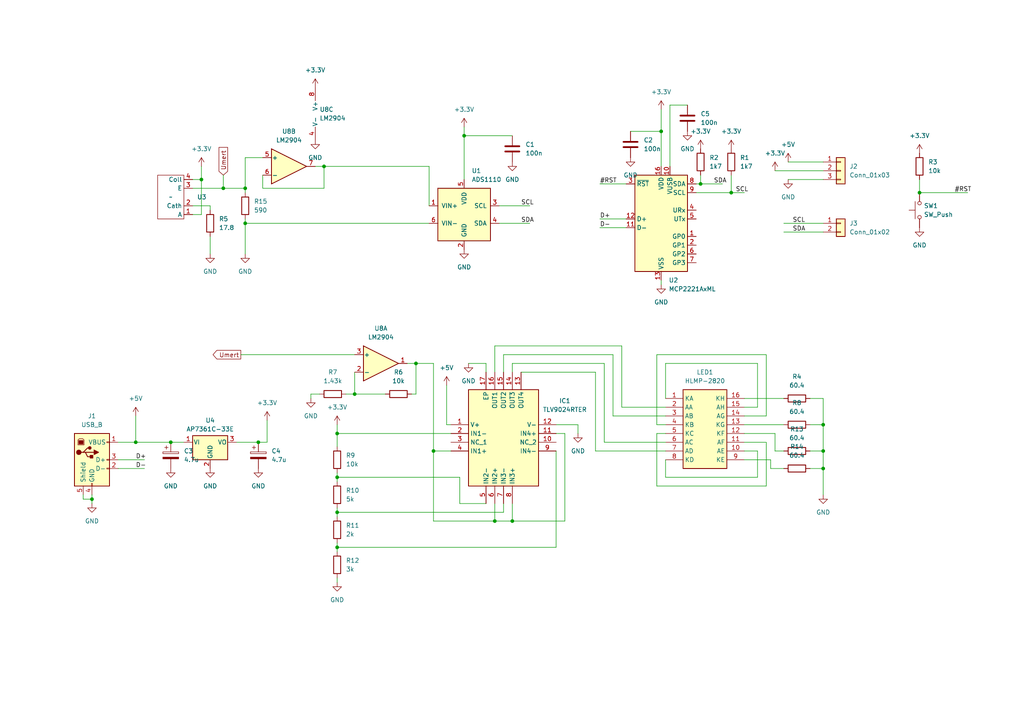
<source format=kicad_sch>
(kicad_sch (version 20230121) (generator eeschema)
  (paper "A4")
  (lib_symbols
    (symbol "Amplifier_Operational:LM2904" (pin_names (offset 0.127))
      (property "Reference" "U" (at 0 5.08 0))
      (property "Value" "LM2904" (at 0 -5.08 0))
      (symbol "LM2904_1_1"
        (polyline (pts (xy -5.08 5.08) (xy 5.08 0) (xy -5.08 -5.08) (xy -5.08 5.08)) (stroke (width 0.254)) (fill (type background)))
        (pin output line (at 7.62 0 180) (length 2.54) (name "~") (number "1"))
        (pin input line (at -7.62 -2.54 0) (length 2.54) (name "-") (number "2"))
        (pin input line (at -7.62 2.54 0) (length 2.54) (name "+") (number "3"))
      )
      (symbol "LM2904_2_1"
        (polyline (pts (xy -5.08 5.08) (xy 5.08 0) (xy -5.08 -5.08) (xy -5.08 5.08)) (stroke (width 0.254)) (fill (type background)))
        (pin input line (at -7.62 2.54 0) (length 2.54) (name "+") (number "5"))
        (pin input line (at -7.62 -2.54 0) (length 2.54) (name "-") (number "6"))
        (pin output line (at 7.62 0 180) (length 2.54) (name "~") (number "7"))
      )
      (symbol "LM2904_3_1"
        (pin power_in line (at -2.54 -7.62 90) (length 3.81) (name "V-") (number "4"))
        (pin power_in line (at -2.54 7.62 270) (length 3.81) (name "V+") (number "8"))
      )
    )
    (symbol "Analog_ADC:ADS1110" (pin_names (offset 1.016))
      (property "Reference" "U" (at -7.62 8.89 0))
      (property "Value" "ADS1110" (at 1.27 8.89 0))
      (symbol "ADS1110_0_1"
        (rectangle (start -7.62 7.62) (end 7.62 -7.62) (stroke (width 0.254)) (fill (type background)))
      )
      (symbol "ADS1110_1_1"
        (pin input line (at -10.16 2.54 0) (length 2.54) (name "VIN+") (number "1"))
        (pin power_in line (at 0 -10.16 90) (length 2.54) (name "GND") (number "2"))
        (pin input line (at 10.16 2.54 180) (length 2.54) (name "SCL") (number "3"))
        (pin bidirectional line (at 10.16 -2.54 180) (length 2.54) (name "SDA") (number "4"))
        (pin power_in line (at 0 10.16 270) (length 2.54) (name "VDD") (number "5"))
        (pin input line (at -10.16 -2.54 0) (length 2.54) (name "VIN-") (number "6"))
      )
    )
    (symbol "Connector:USB_B" (pin_names (offset 1.016))
      (property "Reference" "J" (at -5.08 11.43 0))
      (property "Value" "USB_B" (at -5.08 8.89 0))
      (symbol "USB_B_0_1"
        (rectangle (start -5.08 -7.62) (end 5.08 7.62) (stroke (width 0.254)) (fill (type background)))
        (circle (center -3.81 2.159) (radius 0.635) (stroke (width 0.254)) (fill (type outline)))
        (rectangle (start -3.81 5.588) (end -2.54 4.572) (fill (type outline)))
        (circle (center -0.635 3.429) (radius 0.381) (stroke (width 0.254)) (fill (type outline)))
        (rectangle (start -0.127 -7.62) (end 0.127 -6.858))
        (polyline (pts (xy -1.905 2.159) (xy 0.635 2.159)) (stroke (width 0.254)))
        (polyline (pts (xy -3.175 2.159) (xy -2.54 2.159) (xy -1.27 3.429) (xy -0.635 3.429)) (stroke (width 0.254)))
        (polyline (pts (xy -2.54 2.159) (xy -1.905 2.159) (xy -1.27 0.889) (xy 0 0.889)) (stroke (width 0.254)))
        (polyline (pts (xy 0.635 2.794) (xy 0.635 1.524) (xy 1.905 2.159) (xy 0.635 2.794)) (stroke (width 0.254)) (fill (type outline)))
        (polyline (pts (xy -4.064 4.318) (xy -2.286 4.318) (xy -2.286 5.715) (xy -2.667 6.096) (xy -3.683 6.096) (xy -4.064 5.715) (xy -4.064 4.318)))
        (rectangle (start 0.254 1.27) (end -0.508 0.508) (stroke (width 0.254)) (fill (type outline)))
        (rectangle (start 5.08 -2.667) (end 4.318 -2.413))
        (rectangle (start 5.08 -0.127) (end 4.318 0.127))
        (rectangle (start 5.08 4.953) (end 4.318 5.207))
      )
      (symbol "USB_B_1_1"
        (pin power_out line (at 7.62 5.08 180) (length 2.54) (name "VBUS") (number "1"))
        (pin bidirectional line (at 7.62 -2.54 180) (length 2.54) (name "D-") (number "2"))
        (pin bidirectional line (at 7.62 0 180) (length 2.54) (name "D+") (number "3"))
        (pin power_out line (at 0 -10.16 90) (length 2.54) (name "GND") (number "4"))
        (pin passive line (at -2.54 -10.16 90) (length 2.54) (name "Shield") (number "5"))
      )
    )
    (symbol "Connector_Generic:Conn_01x02" (pin_names (offset 1.016) hide)
      (property "Reference" "J" (at 0 2.54 0))
      (property "Value" "Conn_01x02" (at 0 -5.08 0))
      (symbol "Conn_01x02_1_1"
        (rectangle (start -1.27 -2.413) (end 0 -2.667) (stroke (width 0.1524)))
        (rectangle (start -1.27 0.127) (end 0 -0.127) (stroke (width 0.1524)))
        (rectangle (start -1.27 1.27) (end 1.27 -3.81) (stroke (width 0.254)) (fill (type background)))
        (pin passive line (at -5.08 0 0) (length 3.81) (name "Pin_1") (number "1"))
        (pin passive line (at -5.08 -2.54 0) (length 3.81) (name "Pin_2") (number "2"))
      )
    )
    (symbol "Connector_Generic:Conn_01x03" (pin_names (offset 1.016) hide)
      (property "Reference" "J" (at 0 5.08 0))
      (property "Value" "Conn_01x03" (at 0 -5.08 0))
      (symbol "Conn_01x03_1_1"
        (rectangle (start -1.27 -2.413) (end 0 -2.667) (stroke (width 0.1524)))
        (rectangle (start -1.27 0.127) (end 0 -0.127) (stroke (width 0.1524)))
        (rectangle (start -1.27 2.667) (end 0 2.413) (stroke (width 0.1524)))
        (rectangle (start -1.27 3.81) (end 1.27 -3.81) (stroke (width 0.254)) (fill (type background)))
        (pin passive line (at -5.08 2.54 0) (length 3.81) (name "Pin_1") (number "1"))
        (pin passive line (at -5.08 0 0) (length 3.81) (name "Pin_2") (number "2"))
        (pin passive line (at -5.08 -2.54 0) (length 3.81) (name "Pin_3") (number "3"))
      )
    )
    (symbol "Device:C" (pin_numbers hide) (pin_names (offset 0.254))
      (property "Reference" "C" (at 0.635 2.54 0))
      (property "Value" "C" (at 0.635 -2.54 0))
      (symbol "C_0_1"
        (polyline (pts (xy -2.032 -0.762) (xy 2.032 -0.762)) (stroke (width 0.508)))
        (polyline (pts (xy -2.032 0.762) (xy 2.032 0.762)) (stroke (width 0.508)))
      )
      (symbol "C_1_1"
        (pin passive line (at 0 3.81 270) (length 2.794) (name "~") (number "1"))
        (pin passive line (at 0 -3.81 90) (length 2.794) (name "~") (number "2"))
      )
    )
    (symbol "Device:C_Polarized" (pin_numbers hide) (pin_names (offset 0.254))
      (property "Reference" "C" (at 0.635 2.54 0))
      (property "Value" "C_Polarized" (at 0.635 -2.54 0))
      (symbol "C_Polarized_0_1"
        (rectangle (start -2.286 0.508) (end 2.286 1.016))
        (polyline (pts (xy -1.778 2.286) (xy -0.762 2.286)))
        (polyline (pts (xy -1.27 2.794) (xy -1.27 1.778)))
        (rectangle (start 2.286 -0.508) (end -2.286 -1.016) (fill (type outline)))
      )
      (symbol "C_Polarized_1_1"
        (pin passive line (at 0 3.81 270) (length 2.794) (name "~") (number "1"))
        (pin passive line (at 0 -3.81 90) (length 2.794) (name "~") (number "2"))
      )
    )
    (symbol "Device:R" (pin_numbers hide) (pin_names (offset 0))
      (property "Reference" "R" (at 2.032 0 90))
      (property "Value" "R" (at 0 0 90))
      (symbol "R_0_1"
        (rectangle (start -1.016 -2.54) (end 1.016 2.54) (stroke (width 0.254)))
      )
      (symbol "R_1_1"
        (pin passive line (at 0 3.81 270) (length 1.27) (name "~") (number "1"))
        (pin passive line (at 0 -3.81 90) (length 1.27) (name "~") (number "2"))
      )
    )
    (symbol "Interface_USB:MCP2221AxML"
      (property "Reference" "U" (at -7.62 16.51 0))
      (property "Value" "MCP2221AxML" (at 12.7 16.51 0))
      (symbol "MCP2221AxML_0_1"
        (rectangle (start -7.62 15.24) (end 7.62 -12.7) (stroke (width 0.254)) (fill (type background)))
      )
      (symbol "MCP2221AxML_1_1"
        (pin bidirectional line (at 10.16 -2.54 180) (length 2.54) (name "GP0") (number "1"))
        (pin passive line (at 2.54 17.78 270) (length 2.54) (name "VUSB") (number "10"))
        (pin bidirectional line (at -10.16 0 0) (length 2.54) (name "D-") (number "11"))
        (pin bidirectional line (at -10.16 2.54 0) (length 2.54) (name "D+") (number "12"))
        (pin power_in line (at 0 -15.24 90) (length 2.54) (name "VSS") (number "13"))
        (pin no_connect line (at -7.62 -2.54 0) (length 2.54) hide (name "NC") (number "14"))
        (pin no_connect line (at -7.62 -5.08 0) (length 2.54) hide (name "NC") (number "15"))
        (pin power_in line (at 0 17.78 270) (length 2.54) (name "VDD") (number "16"))
        (pin no_connect line (at -7.62 -7.62 0) (length 2.54) hide (name "NC") (number "17"))
        (pin bidirectional line (at 10.16 -5.08 180) (length 2.54) (name "GP1") (number "2"))
        (pin input line (at -10.16 12.7 0) (length 2.54) (name "~{RST}") (number "3"))
        (pin input line (at 10.16 5.08 180) (length 2.54) (name "URx") (number "4"))
        (pin output line (at 10.16 2.54 180) (length 2.54) (name "UTx") (number "5"))
        (pin bidirectional line (at 10.16 -7.62 180) (length 2.54) (name "GP2") (number "6"))
        (pin bidirectional line (at 10.16 -10.16 180) (length 2.54) (name "GP3") (number "7"))
        (pin bidirectional line (at 10.16 12.7 180) (length 2.54) (name "SDA") (number "8"))
        (pin bidirectional line (at 10.16 10.16 180) (length 2.54) (name "SCL") (number "9"))
      )
    )
    (symbol "Regulator_Linear:AP7361C-33E" (pin_names (offset 0.254))
      (property "Reference" "U" (at -3.81 3.175 0))
      (property "Value" "AP7361C-33E" (at 0 3.175 0))
      (symbol "AP7361C-33E_0_1"
        (rectangle (start -5.08 -5.08) (end 5.08 1.905) (stroke (width 0.254)) (fill (type background)))
      )
      (symbol "AP7361C-33E_1_1"
        (pin power_in line (at -7.62 0 0) (length 2.54) (name "VI") (number "1"))
        (pin power_in line (at 0 -7.62 90) (length 2.54) (name "GND") (number "2"))
        (pin power_out line (at 7.62 0 180) (length 2.54) (name "VO") (number "3"))
      )
    )
    (symbol "Switch:SW_Omron_B3FS" (pin_numbers hide) (pin_names (offset 1.016) hide)
      (property "Reference" "SW" (at 1.27 2.54 0))
      (property "Value" "SW_Omron_B3FS" (at 0 -1.524 0))
      (symbol "SW_Omron_B3FS_0_1"
        (circle (center -2.032 0) (radius 0.508))
        (polyline (pts (xy 0 1.27) (xy 0 3.048)))
        (polyline (pts (xy 2.54 1.27) (xy -2.54 1.27)))
        (circle (center 2.032 0) (radius 0.508))
        (pin passive line (at -5.08 0 0) (length 2.54) (name "1") (number "1"))
        (pin passive line (at 5.08 0 180) (length 2.54) (name "2") (number "2"))
      )
    )
    (symbol "power:+3.3V" (power) (pin_names (offset 0))
      (property "Value" "+3.3V" (at 0 3.556 0))
      (symbol "+3.3V_0_1"
        (polyline (pts (xy -0.762 1.27) (xy 0 2.54)))
        (polyline (pts (xy 0 0) (xy 0 2.54)))
        (polyline (pts (xy 0 2.54) (xy 0.762 1.27)))
      )
      (symbol "+3.3V_1_1"
        (pin power_in line (at 0 0 90) (length 0) hide (name "+3.3V") (number "1"))
      )
    )
    (symbol "power:+5V" (power) (pin_names (offset 0))
      (property "Value" "+5V" (at 0 3.556 0))
      (symbol "+5V_0_1"
        (polyline (pts (xy -0.762 1.27) (xy 0 2.54)))
        (polyline (pts (xy 0 0) (xy 0 2.54)))
        (polyline (pts (xy 0 2.54) (xy 0.762 1.27)))
      )
      (symbol "+5V_1_1"
        (pin power_in line (at 0 0 90) (length 0) hide (name "+5V") (number "1"))
      )
    )
    (symbol "power:GND" (power) (pin_names (offset 0))
      (property "Value" "GND" (at 0 -3.81 0))
      (symbol "GND_0_1"
        (polyline (pts (xy 0 0) (xy 0 -1.27) (xy 1.27 -1.27) (xy 0 -2.54) (xy -1.27 -1.27) (xy 0 -1.27)))
      )
      (symbol "GND_1_1"
        (pin power_in line (at 0 0 270) (length 0) hide (name "GND") (number "1"))
      )
    )
    (symbol "symbols:HLMP-2820"
      (property "Reference" "LED" (at 19.05 7.62 0))
      (property "Value" "HLMP-2820" (at 19.05 5.08 0))
      (symbol "HLMP-2820_1_1"
        (rectangle (start 5.08 2.54) (end 17.78 -20.32) (stroke (width 0.254)) (fill (type background)))
        (pin passive line (at 0 0 0) (length 5.08) (name "KA") (number "1"))
        (pin passive line (at 22.86 -15.24 180) (length 5.08) (name "AE") (number "10"))
        (pin passive line (at 22.86 -12.7 180) (length 5.08) (name "AF") (number "11"))
        (pin passive line (at 22.86 -10.16 180) (length 5.08) (name "KF") (number "12"))
        (pin passive line (at 22.86 -7.62 180) (length 5.08) (name "KG") (number "13"))
        (pin passive line (at 22.86 -5.08 180) (length 5.08) (name "AG") (number "14"))
        (pin passive line (at 22.86 -2.54 180) (length 5.08) (name "AH") (number "15"))
        (pin passive line (at 22.86 0 180) (length 5.08) (name "KH") (number "16"))
        (pin passive line (at 0 -2.54 0) (length 5.08) (name "AA") (number "2"))
        (pin passive line (at 0 -5.08 0) (length 5.08) (name "AB") (number "3"))
        (pin passive line (at 0 -7.62 0) (length 5.08) (name "KB") (number "4"))
        (pin passive line (at 0 -10.16 0) (length 5.08) (name "KC") (number "5"))
        (pin passive line (at 0 -12.7 0) (length 5.08) (name "AC") (number "6"))
        (pin passive line (at 0 -15.24 0) (length 5.08) (name "AD") (number "7"))
        (pin passive line (at 0 -17.78 0) (length 5.08) (name "KD") (number "8"))
        (pin passive line (at 22.86 -17.78 180) (length 5.08) (name "KE") (number "9"))
      )
    )
    (symbol "symbols:TCRT1000"
      (property "Reference" "U3" (at 7.62 0 0))
      (property "Value" "~" (at 0 0 0))
      (symbol "TCRT1000_0_1"
        (polyline (pts (xy 3.81 -6.35) (xy 3.81 6.35) (xy -3.81 6.35) (xy -3.81 -6.35) (xy 3.81 -6.35)))
      )
      (symbol "TCRT1000_1_1"
        (pin input line (at 6.35 -5.08 180) (length 2.54) (name "A") (number "1"))
        (pin output line (at 6.35 -2.54 180) (length 2.54) (name "Cath") (number "2"))
        (pin output line (at 6.35 2.54 180) (length 2.54) (name "E") (number "3"))
        (pin input line (at 6.35 5.08 180) (length 2.54) (name "Coll") (number "4"))
      )
    )
    (symbol "symbols:TLV9024RTER"
      (property "Reference" "IC" (at 26.67 15.24 0))
      (property "Value" "TLV9024RTER" (at 26.67 12.7 0))
      (symbol "TLV9024RTER_1_1"
        (rectangle (start 5.08 10.16) (end 25.4 -17.78) (stroke (width 0.254)) (fill (type background)))
        (pin passive line (at 0 0 0) (length 5.08) (name "V+") (number "1"))
        (pin passive line (at 30.48 -5.08 180) (length 5.08) (name "NC_2") (number "10"))
        (pin passive line (at 30.48 -2.54 180) (length 5.08) (name "IN4+") (number "11"))
        (pin passive line (at 30.48 0 180) (length 5.08) (name "V-") (number "12"))
        (pin passive line (at 20.32 15.24 270) (length 5.08) (name "OUT4") (number "13"))
        (pin passive line (at 17.78 15.24 270) (length 5.08) (name "OUT3") (number "14"))
        (pin passive line (at 15.24 15.24 270) (length 5.08) (name "OUT2") (number "15"))
        (pin passive line (at 12.7 15.24 270) (length 5.08) (name "OUT1") (number "16"))
        (pin passive line (at 10.16 15.24 270) (length 5.08) (name "EP") (number "17"))
        (pin passive line (at 0 -2.54 0) (length 5.08) (name "IN1-") (number "2"))
        (pin passive line (at 0 -5.08 0) (length 5.08) (name "NC_1") (number "3"))
        (pin passive line (at 0 -7.62 0) (length 5.08) (name "IN1+") (number "4"))
        (pin passive line (at 10.16 -22.86 90) (length 5.08) (name "IN2-") (number "5"))
        (pin passive line (at 12.7 -22.86 90) (length 5.08) (name "IN2+") (number "6"))
        (pin passive line (at 15.24 -22.86 90) (length 5.08) (name "IN3-") (number "7"))
        (pin passive line (at 17.78 -22.86 90) (length 5.08) (name "IN3+") (number "8"))
        (pin passive line (at 30.48 -7.62 180) (length 5.08) (name "IN4-") (number "9"))
      )
    )
  )
  (junction (at 238.76 130.81))
  (junction (at 203.2 53.34))
  (junction (at 64.77 54.61))
  (junction (at 71.12 64.77))
  (junction (at 26.67 144.78))
  (junction (at 102.87 114.3))
  (junction (at 120.65 105.41))
  (junction (at 97.79 148.59))
  (junction (at 97.79 125.73))
  (junction (at 39.37 128.27))
  (junction (at 143.51 151.13))
  (junction (at 238.76 135.89))
  (junction (at 74.93 128.27))
  (junction (at 134.62 39.37))
  (junction (at 58.42 52.07))
  (junction (at 93.98 48.26))
  (junction (at 125.73 130.81))
  (junction (at 212.09 55.88))
  (junction (at 49.53 128.27))
  (junction (at 266.7 55.88))
  (junction (at 191.77 38.1))
  (junction (at 238.76 123.19))
  (junction (at 71.12 54.61))
  (junction (at 97.79 138.43))
  (junction (at 148.59 151.13))
  (junction (at 97.79 158.75))
  (wire (pts (xy 76.2 54.61) (xy 93.98 54.61)))
  (wire (pts (xy 190.5 123.19) (xy 193.04 123.19)))
  (wire (pts (xy 238.76 130.81) (xy 238.76 123.19)))
  (wire (pts (xy 193.04 115.57) (xy 193.04 105.41)))
  (wire (pts (xy 71.12 45.72) (xy 71.12 54.61)))
  (wire (pts (xy 92.71 114.3) (xy 90.17 114.3)))
  (wire (pts (xy 97.79 123.19) (xy 97.79 125.73)))
  (wire (pts (xy 227.33 115.57) (xy 215.9 115.57)))
  (wire (pts (xy 97.79 138.43) (xy 133.35 138.43)))
  (wire (pts (xy 201.93 55.88) (xy 212.09 55.88)))
  (wire (pts (xy 180.34 100.33) (xy 143.51 100.33)))
  (wire (pts (xy 148.59 105.41) (xy 148.59 107.95)))
  (wire (pts (xy 228.6 52.07) (xy 238.76 52.07)))
  (wire (pts (xy 223.52 133.35) (xy 215.9 133.35)))
  (wire (pts (xy 118.11 105.41) (xy 120.65 105.41)))
  (wire (pts (xy 71.12 54.61) (xy 71.12 55.88)))
  (wire (pts (xy 182.88 38.1) (xy 191.77 38.1)))
  (wire (pts (xy 219.71 130.81) (xy 215.9 130.81)))
  (wire (pts (xy 190.5 102.87) (xy 222.25 102.87)))
  (wire (pts (xy 146.05 148.59) (xy 97.79 148.59)))
  (wire (pts (xy 227.33 64.77) (xy 238.76 64.77)))
  (wire (pts (xy 175.26 105.41) (xy 148.59 105.41)))
  (wire (pts (xy 146.05 146.05) (xy 146.05 148.59)))
  (wire (pts (xy 172.72 130.81) (xy 193.04 130.81)))
  (wire (pts (xy 133.35 146.05) (xy 133.35 138.43)))
  (wire (pts (xy 212.09 50.8) (xy 212.09 55.88)))
  (wire (pts (xy 125.73 130.81) (xy 130.81 130.81)))
  (wire (pts (xy 266.7 52.07) (xy 266.7 55.88)))
  (wire (pts (xy 191.77 48.26) (xy 191.77 38.1)))
  (wire (pts (xy 173.99 63.5) (xy 181.61 63.5)))
  (wire (pts (xy 97.79 139.7) (xy 97.79 138.43)))
  (wire (pts (xy 224.79 130.81) (xy 224.79 125.73)))
  (wire (pts (xy 120.65 114.3) (xy 120.65 105.41)))
  (wire (pts (xy 55.88 62.23) (xy 58.42 62.23)))
  (wire (pts (xy 34.29 135.89) (xy 41.91 135.89)))
  (wire (pts (xy 111.76 114.3) (xy 102.87 114.3)))
  (wire (pts (xy 191.77 38.1) (xy 191.77 31.75)))
  (wire (pts (xy 76.2 54.61) (xy 76.2 50.8)))
  (wire (pts (xy 120.65 114.3) (xy 119.38 114.3)))
  (wire (pts (xy 64.77 54.61) (xy 55.88 54.61)))
  (wire (pts (xy 124.46 48.26) (xy 124.46 59.69)))
  (wire (pts (xy 97.79 158.75) (xy 97.79 160.02)))
  (wire (pts (xy 71.12 73.66) (xy 71.12 64.77)))
  (wire (pts (xy 129.54 123.19) (xy 130.81 123.19)))
  (wire (pts (xy 140.97 146.05) (xy 133.35 146.05)))
  (wire (pts (xy 134.62 39.37) (xy 148.59 39.37)))
  (wire (pts (xy 222.25 140.97) (xy 222.25 128.27)))
  (wire (pts (xy 77.47 121.92) (xy 77.47 128.27)))
  (wire (pts (xy 222.25 120.65) (xy 215.9 120.65)))
  (wire (pts (xy 227.33 135.89) (xy 223.52 135.89)))
  (wire (pts (xy 234.95 123.19) (xy 238.76 123.19)))
  (wire (pts (xy 140.97 105.41) (xy 135.89 105.41)))
  (wire (pts (xy 97.79 158.75) (xy 161.29 158.75)))
  (wire (pts (xy 90.17 114.3) (xy 90.17 115.57)))
  (wire (pts (xy 224.79 49.53) (xy 238.76 49.53)))
  (wire (pts (xy 76.2 45.72) (xy 71.12 45.72)))
  (wire (pts (xy 71.12 54.61) (xy 64.77 54.61)))
  (wire (pts (xy 125.73 105.41) (xy 125.73 130.81)))
  (wire (pts (xy 143.51 146.05) (xy 143.51 151.13)))
  (wire (pts (xy 129.54 111.76) (xy 129.54 123.19)))
  (wire (pts (xy 58.42 52.07) (xy 58.42 48.26)))
  (wire (pts (xy 177.8 102.87) (xy 146.05 102.87)))
  (wire (pts (xy 228.6 46.99) (xy 238.76 46.99)))
  (wire (pts (xy 238.76 123.19) (xy 238.76 115.57)))
  (wire (pts (xy 234.95 135.89) (xy 238.76 135.89)))
  (wire (pts (xy 203.2 53.34) (xy 209.55 53.34)))
  (wire (pts (xy 177.8 120.65) (xy 177.8 102.87)))
  (wire (pts (xy 234.95 130.81) (xy 238.76 130.81)))
  (wire (pts (xy 163.83 151.13) (xy 148.59 151.13)))
  (wire (pts (xy 143.51 100.33) (xy 143.51 107.95)))
  (wire (pts (xy 215.9 128.27) (xy 222.25 128.27)))
  (wire (pts (xy 34.29 128.27) (xy 39.37 128.27)))
  (wire (pts (xy 91.44 48.26) (xy 93.98 48.26)))
  (wire (pts (xy 194.31 48.26) (xy 194.31 30.48)))
  (wire (pts (xy 194.31 30.48) (xy 199.39 30.48)))
  (wire (pts (xy 163.83 125.73) (xy 163.83 151.13)))
  (wire (pts (xy 53.34 128.27) (xy 49.53 128.27)))
  (wire (pts (xy 190.5 125.73) (xy 190.5 140.97)))
  (wire (pts (xy 173.99 66.04) (xy 181.61 66.04)))
  (wire (pts (xy 266.7 55.88) (xy 280.67 55.88)))
  (wire (pts (xy 60.96 60.96) (xy 60.96 59.69)))
  (wire (pts (xy 125.73 151.13) (xy 143.51 151.13)))
  (wire (pts (xy 39.37 120.65) (xy 39.37 128.27)))
  (wire (pts (xy 26.67 144.78) (xy 26.67 146.05)))
  (wire (pts (xy 71.12 63.5) (xy 71.12 64.77)))
  (wire (pts (xy 97.79 147.32) (xy 97.79 148.59)))
  (wire (pts (xy 224.79 125.73) (xy 215.9 125.73)))
  (wire (pts (xy 190.5 140.97) (xy 222.25 140.97)))
  (wire (pts (xy 71.12 64.77) (xy 124.46 64.77)))
  (wire (pts (xy 93.98 54.61) (xy 93.98 48.26)))
  (wire (pts (xy 180.34 118.11) (xy 193.04 118.11)))
  (wire (pts (xy 102.87 114.3) (xy 100.33 114.3)))
  (wire (pts (xy 172.72 130.81) (xy 172.72 107.95)))
  (wire (pts (xy 238.76 135.89) (xy 238.76 130.81)))
  (wire (pts (xy 34.29 133.35) (xy 41.91 133.35)))
  (wire (pts (xy 134.62 39.37) (xy 134.62 52.07)))
  (wire (pts (xy 143.51 151.13) (xy 148.59 151.13)))
  (wire (pts (xy 77.47 128.27) (xy 74.93 128.27)))
  (wire (pts (xy 161.29 130.81) (xy 161.29 158.75)))
  (wire (pts (xy 238.76 115.57) (xy 234.95 115.57)))
  (wire (pts (xy 26.67 143.51) (xy 26.67 144.78)))
  (wire (pts (xy 227.33 67.31) (xy 238.76 67.31)))
  (wire (pts (xy 97.79 148.59) (xy 97.79 149.86)))
  (wire (pts (xy 180.34 118.11) (xy 180.34 100.33)))
  (wire (pts (xy 97.79 167.64) (xy 97.79 168.91)))
  (wire (pts (xy 167.64 125.73) (xy 167.64 123.19)))
  (wire (pts (xy 125.73 130.81) (xy 125.73 151.13)))
  (wire (pts (xy 227.33 130.81) (xy 224.79 130.81)))
  (wire (pts (xy 175.26 128.27) (xy 193.04 128.27)))
  (wire (pts (xy 93.98 48.26) (xy 124.46 48.26)))
  (wire (pts (xy 191.77 82.55) (xy 191.77 81.28)))
  (wire (pts (xy 190.5 123.19) (xy 190.5 102.87)))
  (wire (pts (xy 223.52 133.35) (xy 223.52 135.89)))
  (wire (pts (xy 238.76 143.51) (xy 238.76 135.89)))
  (wire (pts (xy 102.87 107.95) (xy 102.87 114.3)))
  (wire (pts (xy 219.71 105.41) (xy 219.71 118.11)))
  (wire (pts (xy 134.62 36.83) (xy 134.62 39.37)))
  (wire (pts (xy 97.79 137.16) (xy 97.79 138.43)))
  (wire (pts (xy 144.78 59.69) (xy 153.67 59.69)))
  (wire (pts (xy 97.79 129.54) (xy 97.79 125.73)))
  (wire (pts (xy 120.65 105.41) (xy 125.73 105.41)))
  (wire (pts (xy 64.77 50.8) (xy 64.77 54.61)))
  (wire (pts (xy 24.13 144.78) (xy 26.67 144.78)))
  (wire (pts (xy 193.04 138.43) (xy 219.71 138.43)))
  (wire (pts (xy 148.59 146.05) (xy 148.59 151.13)))
  (wire (pts (xy 193.04 125.73) (xy 190.5 125.73)))
  (wire (pts (xy 69.85 102.87) (xy 102.87 102.87)))
  (wire (pts (xy 68.58 128.27) (xy 74.93 128.27)))
  (wire (pts (xy 60.96 68.58) (xy 60.96 73.66)))
  (wire (pts (xy 173.99 53.34) (xy 181.61 53.34)))
  (wire (pts (xy 172.72 107.95) (xy 151.13 107.95)))
  (wire (pts (xy 58.42 62.23) (xy 58.42 52.07)))
  (wire (pts (xy 24.13 143.51) (xy 24.13 144.78)))
  (wire (pts (xy 222.25 102.87) (xy 222.25 120.65)))
  (wire (pts (xy 193.04 133.35) (xy 193.04 138.43)))
  (wire (pts (xy 212.09 55.88) (xy 215.9 55.88)))
  (wire (pts (xy 55.88 52.07) (xy 58.42 52.07)))
  (wire (pts (xy 177.8 120.65) (xy 193.04 120.65)))
  (wire (pts (xy 193.04 105.41) (xy 219.71 105.41)))
  (wire (pts (xy 203.2 50.8) (xy 203.2 53.34)))
  (wire (pts (xy 60.96 59.69) (xy 55.88 59.69)))
  (wire (pts (xy 144.78 64.77) (xy 153.67 64.77)))
  (wire (pts (xy 167.64 123.19) (xy 161.29 123.19)))
  (wire (pts (xy 161.29 125.73) (xy 163.83 125.73)))
  (wire (pts (xy 146.05 102.87) (xy 146.05 107.95)))
  (wire (pts (xy 219.71 138.43) (xy 219.71 130.81)))
  (wire (pts (xy 140.97 107.95) (xy 140.97 105.41)))
  (wire (pts (xy 219.71 118.11) (xy 215.9 118.11)))
  (wire (pts (xy 215.9 123.19) (xy 227.33 123.19)))
  (wire (pts (xy 97.79 125.73) (xy 130.81 125.73)))
  (wire (pts (xy 201.93 53.34) (xy 203.2 53.34)))
  (wire (pts (xy 97.79 157.48) (xy 97.79 158.75)))
  (wire (pts (xy 49.53 128.27) (xy 39.37 128.27)))
  (wire (pts (xy 175.26 128.27) (xy 175.26 105.41)))
  (label "D-" (at 173.99 66.04 0))
  (label "SCL" (at 213.36 55.88 0))
  (label "D-" (at 39.37 135.89 0))
  (label "SCL" (at 229.87 64.77 0))
  (label "SDA" (at 207.01 53.34 0))
  (label "SCL" (at 151.13 59.69 0))
  (label "#RST" (at 173.99 53.34 0))
  (label "#RST" (at 276.86 55.88 0))
  (label "D+" (at 39.37 133.35 0))
  (label "D+" (at 173.99 63.5 0))
  (label "SDA" (at 229.87 67.31 0))
  (label "SDA" (at 151.13 64.77 0))
  (global_label "Umert" (shape output) (at 69.85 102.87 180) (property "Intersheetrefs" "${INTERSHEET_REFS}" (effects hide)))
  (global_label "Umert" (shape input) (at 64.77 50.8 90) (property "Intersheetrefs" "${INTERSHEET_REFS}" (effects hide)))
  (symbol (lib_id "power:GND") (at 74.93 135.89 0) (unit 1)
    (property "Reference" "#PWR012" (effects hide))
    (property "Value" "GND" (at 74.93 140.97 0))
  )
  (symbol (lib_id "symbols:TCRT1000") (at 49.53 57.15 0) (unit 1)
    (property "Reference" "U3" (at 57.15 57.15 0) (effects (justify left)))
    (property "Value" "~" (at 49.53 57.15 0))
    (property "Footprint" "OwnLib:TCRT1010_VIS" (effects hide))
    (property "Datasheet" "https://www.vishay.com/docs/83752/tcrt1000.pdf" (effects hide))
    (property "Manufacturer_Name" "Vishay" (effects hide))
    (property "Mouser Price/Stock" "https://hu.mouser.com/ProductDetail/Vishay-Semiconductors/TCRT1000?qs=%2Fjqivxn91ceInEhva1nbAA%3D%3D" (effects hide))
    (property "Manufacturer_Part_Number" "TCRT1000" (effects hide))
    (property "Mouser Part Number" "782-TCRT1000" (effects hide))
  )
  (symbol (lib_id "power:GND") (at 60.96 73.66 0) (unit 1)
    (property "Reference" "#PWR04" (effects hide))
    (property "Value" "GND" (at 60.96 78.74 0))
  )
  (symbol (lib_id "power:GND") (at 167.64 125.73 0) (unit 1)
    (property "Reference" "#PWR014" (effects hide))
    (property "Value" "GND" (at 167.64 130.81 0))
  )
  (symbol (lib_id "Amplifier_Operational:LM2904") (at 93.98 33.02 0) (unit 3)
    (property "Reference" "U8" (at 92.71 31.75 0) (effects (justify left)))
    (property "Value" "LM2904" (at 92.71 34.29 0) (effects (justify left)))
    (property "Footprint" "OwnLib:DIP8_300" (effects hide))
    (property "Datasheet" "http://www.ti.com/lit/ds/symlink/lm358.pdf" (effects hide))
    (property "Manufacturer_Name" "Texas Instruments" (effects hide))
    (property "Manufacturer_Part_Number" "LM2904N/NOPB" (effects hide))
    (property "Mouser Part Number" "926-LM2904N/NOPB" (effects hide))
    (property "Mouser Price/Stock" "https://hu.mouser.com/ProductDetail/Texas-Instruments/LM2904N-NOPB?qs=X1J7HmVL2ZHqLjgid2Dt%252Bg%3D%3D" (effects hide))
  )
  (symbol (lib_id "Device:C") (at 199.39 34.29 0) (unit 1)
    (property "Reference" "C5" (at 203.2 33.02 0) (effects (justify left)))
    (property "Value" "100n" (at 203.2 35.56 0) (effects (justify left)))
    (property "Footprint" "Capacitor_SMD:C_1206_3216Metric" (effects hide))
    (property "Datasheet" "https://hu.mouser.com/datasheet/2/447/KEM_C1013_X7R_FT_CAP_SMD-3316633.pdf" (effects hide))
    (property "Manufacturer_Name" "KEMET" (effects hide))
    (property "Manufacturer_Part_Number" "C1206X104J9RAL7210" (effects hide))
    (property "Mouser Part Number" "80-C1206X104J9RAL721" (effects hide))
    (property "Mouser Price/Stock" "https://hu.mouser.com/ProductDetail/KEMET/C1206X104J9RAL7210?qs=eON0oSML0Hzd%2FK31GTBmdA%3D%3D" (effects hide))
  )
  (symbol (lib_id "power:GND") (at 199.39 38.1 0) (unit 1)
    (property "Reference" "#PWR023" (effects hide))
    (property "Value" "GND" (at 199.39 43.18 0))
  )
  (symbol (lib_id "Device:R") (at 71.12 59.69 0) (unit 1)
    (property "Reference" "R15" (at 73.66 58.42 0) (effects (justify left)))
    (property "Value" "590" (at 73.66 60.96 0) (effects (justify left)))
    (property "Footprint" "Resistor_SMD:R_1206_3216Metric" (effects hide))
    (property "Datasheet" "https://hu.mouser.com/datasheet/2/315/DMM0000COL9-3010254.pdf" (effects hide))
    (property "Manufacturer_Name" "Panasonic" (effects hide))
    (property "Manufacturer_Part_Number" "ERA-8AEB5900V" (effects hide))
    (property "Mouser Part Number" "667-ERA-8AEB5900V" (effects hide))
    (property "Mouser Price/Stock" "https://hu.mouser.com/ProductDetail/Panasonic/ERA-8AEB5900V?qs=sGAEpiMZZMvdGkrng054t5mej2KPdPuFwQ3%2FvLmKbP8%3D" (effects hide))
  )
  (symbol (lib_id "power:GND") (at 91.44 40.64 0) (unit 1)
    (property "Reference" "#PWR037" (effects hide))
    (property "Value" "GND" (at 91.44 45.72 0))
  )
  (symbol (lib_id "Amplifier_Operational:LM2904") (at 83.82 48.26 0) (unit 2)
    (property "Reference" "U8" (at 83.82 38.1 0))
    (property "Value" "LM2904" (at 83.82 40.64 0))
    (property "Footprint" "OwnLib:DIP8_300" (effects hide))
    (property "Datasheet" "http://www.ti.com/lit/ds/symlink/lm358.pdf" (effects hide))
    (property "Manufacturer_Name" "Texas Instruments" (effects hide))
    (property "Manufacturer_Part_Number" "LM2904N/NOPB" (effects hide))
    (property "Mouser Part Number" "926-LM2904N/NOPB" (effects hide))
    (property "Mouser Price/Stock" "https://hu.mouser.com/ProductDetail/Texas-Instruments/LM2904N-NOPB?qs=X1J7HmVL2ZHqLjgid2Dt%252Bg%3D%3D" (effects hide))
  )
  (symbol (lib_id "power:GND") (at 71.12 73.66 0) (unit 1)
    (property "Reference" "#PWR03" (effects hide))
    (property "Value" "GND" (at 71.12 78.74 0))
  )
  (symbol (lib_id "Interface_USB:MCP2221AxML") (at 191.77 66.04 0) (unit 1)
    (property "Reference" "U2" (at 193.9641 81.28 0) (effects (justify left)))
    (property "Value" "MCP2221AxML" (at 193.9641 83.82 0) (effects (justify left)))
    (property "Footprint" "Package_DFN_QFN:QFN-16-1EP_4x4mm_P0.65mm_EP2.5x2.5mm" (effects hide))
    (property "Datasheet" "http://ww1.microchip.com/downloads/en/DeviceDoc/20005565B.pdf" (effects hide))
    (property "Manufacturer_Name" "Microchip Technology" (effects hide))
    (property "Manufacturer_Part_Number" "MCP2221AT-I/ML" (effects hide))
    (property "Mouser Part Number" "579-MCP2221AT-I/ML" (effects hide))
    (property "Mouser Price/Stock" "https://hu.mouser.com/ProductDetail/Microchip-Technology/MCP2221AT-I-ML?qs=ZEMkBHnybRG1TevWV2Ky2w%3D%3D" (effects hide))
  )
  (symbol (lib_id "power:GND") (at 26.67 146.05 0) (unit 1)
    (property "Reference" "#PWR09" (effects hide))
    (property "Value" "GND" (at 26.67 151.13 0))
  )
  (symbol (lib_id "Device:R") (at 60.96 64.77 0) (unit 1)
    (property "Reference" "R5" (at 63.5 63.5 0) (effects (justify left)))
    (property "Value" "17.8" (at 63.5 66.04 0) (effects (justify left)))
    (property "Footprint" "Resistor_SMD:R_1206_3216Metric" (effects hide))
    (property "Datasheet" "https://www.vishay.com/docs/28758/tnpw_e3.pdf" (effects hide))
    (property "Manufacturer_Name" "Vishay / Dale" (effects hide))
    (property "Manufacturer_Part_Number" "TNPW120617R8BEEN" (effects hide))
    (property "Mouser Part Number" "71-TNPW120617R8BEEN" (effects hide))
    (property "Mouser Price/Stock" "https://hu.mouser.com/ProductDetail/Vishay-Dale/TNPW120617R8BEEN?qs=sGAEpiMZZMvdGkrng054t1Hb8yo0cB65IVsbP13By80%3D" (effects hide))
  )
  (symbol (lib_id "Device:R") (at 97.79 133.35 180) (unit 1)
    (property "Reference" "R9" (at 100.33 132.08 0) (effects (justify right)))
    (property "Value" "10k" (at 100.33 134.62 0) (effects (justify right)))
    (property "Footprint" "Resistor_SMD:R_1206_3216Metric" (effects hide))
    (property "Datasheet" "https://www.vishay.com/docs/28758/tnpw_e3.pdf" (effects hide))
    (property "Manufacturer_Name" "Vishay / Dale" (effects hide))
    (property "Manufacturer_Part_Number" "TNPW120610K0BEEA" (effects hide))
    (property "Mouser Part Number" "71-TNPW120610K0BEEA" (effects hide))
    (property "Mouser Price/Stock" "https://hu.mouser.com/ProductDetail/Vishay-Dale/TNPW120610K0BEEA?qs=sGAEpiMZZMvdGkrng054t%252BPZDYtCzF2J5xjqakokhPw%3D" (effects hide))
  )
  (symbol (lib_id "Device:C_Polarized") (at 49.53 132.08 0) (unit 1)
    (property "Reference" "C3" (at 53.34 130.81 0) (effects (justify left)))
    (property "Value" "4.7u" (at 53.34 133.35 0) (effects (justify left)))
    (property "Footprint" "Capacitor_SMD:C_1206_3216Metric" (effects hide))
    (property "Datasheet" "https://hu.mouser.com/datasheet/2/447/KEM_T2005_T491-3316937.pdf" (effects hide))
    (property "Manufacturer_Name" "KEMET" (effects hide))
    (property "Manufacturer_Part_Number" "T491A475K006AT7622" (effects hide))
    (property "Mouser Part Number" "80-T491A475K6AT7622" (effects hide))
    (property "Mouser Price/Stock" "https://hu.mouser.com/ProductDetail/KEMET/T491A475K006AT7622?qs=WOKUqv%2F%2FT%2FYI6iB1l8dYag%3D%3D" (effects hide))
  )
  (symbol (lib_id "power:+3.3V") (at 191.77 31.75 0) (unit 1)
    (property "Reference" "#PWR016" (effects hide))
    (property "Value" "+3.3V" (at 191.77 26.67 0))
  )
  (symbol (lib_id "Device:R") (at 96.52 114.3 270) (unit 1)
    (property "Reference" "R7" (at 96.52 107.95 90))
    (property "Value" "1.43k" (at 96.52 110.49 90))
    (property "Footprint" "Resistor_SMD:R_1206_3216Metric" (effects hide))
    (property "Datasheet" "https://www.vishay.com/docs/28758/tnpw_e3.pdf" (effects hide))
    (property "Manufacturer_Name" "Vishay / Dale" (effects hide))
    (property "Manufacturer_Part_Number" "TNPW12061K43BEEA" (effects hide))
    (property "Mouser Part Number" "71-TNPW12061K43BEEA" (effects hide))
    (property "Mouser Price/Stock" "https://hu.mouser.com/ProductDetail/Vishay-Dale/TNPW12061K43BEEA?qs=sGAEpiMZZMvdGkrng054t%252BPZDYtCzF2J6Dq32FeIWWA%3D" (effects hide))
  )
  (symbol (lib_id "Device:R") (at 231.14 135.89 270) (unit 1)
    (property "Reference" "R14" (at 231.14 129.54 90))
    (property "Value" "60.4" (at 231.14 132.08 90))
    (property "Footprint" "Resistor_SMD:R_1206_3216Metric" (effects hide))
    (property "Datasheet" "https://www.vishay.com/docs/28758/tnpw_e3.pdf" (effects hide))
    (property "Manufacturer_Name" "Vishay / Dale" (effects hide))
    (property "Manufacturer_Part_Number" "TNPW120660R4BEEA" (effects hide))
    (property "Mouser Part Number" "71-TNPW120660R4BEEA" (effects hide))
    (property "Mouser Price/Stock" "https://hu.mouser.com/ProductDetail/Vishay-Dale/TNPW120660R4BEEA?qs=sGAEpiMZZMvdGkrng054t%252BPZDYtCzF2Jg88z0ZRuF7M%3D" (effects hide))
  )
  (symbol (lib_id "power:GND") (at 182.88 45.72 0) (unit 1)
    (property "Reference" "#PWR06" (effects hide))
    (property "Value" "GND" (at 182.88 50.8 0))
  )
  (symbol (lib_id "power:GND") (at 135.89 105.41 0) (unit 1)
    (property "Reference" "#PWR021" (effects hide))
    (property "Value" "GND" (at 135.89 110.49 0))
  )
  (symbol (lib_id "power:GND") (at 238.76 143.51 0) (unit 1)
    (property "Reference" "#PWR034" (effects hide))
    (property "Value" "GND" (at 238.76 148.59 0))
  )
  (symbol (lib_id "Device:R") (at 231.14 123.19 270) (unit 1)
    (property "Reference" "R8" (at 231.14 116.84 90))
    (property "Value" "60.4" (at 231.14 119.38 90))
    (property "Footprint" "Resistor_SMD:R_1206_3216Metric" (effects hide))
    (property "Datasheet" "https://www.vishay.com/docs/28758/tnpw_e3.pdf" (effects hide))
    (property "Manufacturer_Name" "Vishay / Dale" (effects hide))
    (property "Manufacturer_Part_Number" "TNPW120660R4BEEA" (effects hide))
    (property "Mouser Part Number" "71-TNPW120660R4BEEA" (effects hide))
    (property "Mouser Price/Stock" "https://hu.mouser.com/ProductDetail/Vishay-Dale/TNPW120660R4BEEA?qs=sGAEpiMZZMvdGkrng054t%252BPZDYtCzF2Jg88z0ZRuF7M%3D" (effects hide))
  )
  (symbol (lib_id "power:GND") (at 49.53 135.89 0) (unit 1)
    (property "Reference" "#PWR010" (effects hide))
    (property "Value" "GND" (at 49.53 140.97 0))
  )
  (symbol (lib_id "power:GND") (at 228.6 52.07 0) (unit 1)
    (property "Reference" "#PWR031" (effects hide))
    (property "Value" "GND" (at 228.6 57.15 0))
  )
  (symbol (lib_id "Device:R") (at 97.79 163.83 180) (unit 1)
    (property "Reference" "R12" (at 100.33 162.56 0) (effects (justify right)))
    (property "Value" "3k" (at 100.33 165.1 0) (effects (justify right)))
    (property "Footprint" "Resistor_SMD:R_1206_3216Metric" (effects hide))
    (property "Datasheet" "https://www.vishay.com/docs/28758/tnpw_e3.pdf" (effects hide))
    (property "Manufacturer_Name" "Vishay / Dale" (effects hide))
    (property "Manufacturer_Part_Number" "TNPW12063K00BEEA" (effects hide))
    (property "Mouser Part Number" "71-TNPW12063K00BEEA" (effects hide))
    (property "Mouser Price/Stock" "https://hu.mouser.com/ProductDetail/Vishay-Dale/TNPW12063K00BEEA?qs=sGAEpiMZZMvdGkrng054t%252BPZDYtCzF2J7eVP9mBxWkU%3D" (effects hide))
  )
  (symbol (lib_id "Regulator_Linear:AP7361C-33E") (at 60.96 128.27 0) (unit 1)
    (property "Reference" "U4" (at 60.96 121.92 0))
    (property "Value" "AP7361C-33E" (at 60.96 124.46 0))
    (property "Footprint" "Package_TO_SOT_SMD:SOT-223-3_TabPin2" (effects hide))
    (property "Datasheet" "https://www.diodes.com/assets/Datasheets/AP7361C.pdf" (effects hide))
    (property "Manufacturer_Name" "Diodes Inc." (effects hide))
    (property "Mouser Price/Stock" "https://hu.mouser.com/ProductDetail/Diodes-Incorporated/AP7361C-33E-13?qs=X421pCAdHWeIInddOHvgmw%3D%3D" (effects hide))
    (property "Manufacturer_Part_Number" "AP7361C-33E-13" (effects hide))
    (property "Mouser Part Number" "621-AP7361C-33E-13" (effects hide))
  )
  (symbol (lib_id "Connector:USB_B") (at 26.67 133.35 0) (unit 1)
    (property "Reference" "J1" (at 26.67 120.65 0))
    (property "Value" "USB_B" (at 26.67 123.19 0))
    (property "Footprint" "Connector_USB:USB_B_Lumberg_2411_02_Horizontal" (effects hide))
    (property "Datasheet" "https://hu.mouser.com/datasheet/2/18/61729-1525137.pdf" (effects hide))
    (property "Manufacturer_Name" "Amphenol FCI" (effects hide))
    (property "Manufacturer_Part_Number" "61729-1021BLF" (effects hide))
    (property "Mouser Part Number" "649-61729-1021BLF" (effects hide))
    (property "Mouser Price/Stock" "https://hu.mouser.com/ProductDetail/Amphenol-FCI/61729-1021BLF?qs=fNaKm0Yd6uM0Ry8QraTiXA%3D%3D" (effects hide))
  )
  (symbol (lib_id "Device:C") (at 148.59 43.18 0) (unit 1)
    (property "Reference" "C1" (at 152.4 41.91 0) (effects (justify left)))
    (property "Value" "100n" (at 152.4 44.45 0) (effects (justify left)))
    (property "Footprint" "Capacitor_SMD:C_1206_3216Metric" (effects hide))
    (property "Datasheet" "https://hu.mouser.com/datasheet/2/447/KEM_C1013_X7R_FT_CAP_SMD-3316633.pdf" (effects hide))
    (property "Manufacturer_Name" "KEMET" (effects hide))
    (property "Manufacturer_Part_Number" "C1206X104J9RAL7210" (effects hide))
    (property "Mouser Part Number" "80-C1206X104J9RAL721" (effects hide))
    (property "Mouser Price/Stock" "https://hu.mouser.com/ProductDetail/KEMET/C1206X104J9RAL7210?qs=eON0oSML0Hzd%2FK31GTBmdA%3D%3D" (effects hide))
  )
  (symbol (lib_id "power:+5V") (at 39.37 120.65 0) (unit 1)
    (property "Reference" "#PWR08" (effects hide))
    (property "Value" "+5V" (at 39.37 115.57 0))
  )
  (symbol (lib_id "Device:C_Polarized") (at 74.93 132.08 0) (unit 1)
    (property "Reference" "C4" (at 78.74 130.81 0) (effects (justify left)))
    (property "Value" "4.7u" (at 78.74 133.35 0) (effects (justify left)))
    (property "Footprint" "Capacitor_SMD:C_1206_3216Metric" (effects hide))
    (property "Datasheet" "https://hu.mouser.com/datasheet/2/447/KEM_T2005_T491-3316937.pdf" (effects hide))
    (property "Manufacturer_Name" "KEMET" (effects hide))
    (property "Manufacturer_Part_Number" "T491A475K006AT7622" (effects hide))
    (property "Mouser Part Number" "80-T491A475K6AT7622" (effects hide))
    (property "Mouser Price/Stock" "https://hu.mouser.com/ProductDetail/KEMET/T491A475K006AT7622?qs=WOKUqv%2F%2FT%2FYI6iB1l8dYag%3D%3D" (effects hide))
  )
  (symbol (lib_id "power:+3.3V") (at 134.62 36.83 0) (unit 1)
    (property "Reference" "#PWR015" (effects hide))
    (property "Value" "+3.3V" (at 134.62 31.75 0))
  )
  (symbol (lib_id "power:GND") (at 134.62 72.39 0) (unit 1)
    (property "Reference" "#PWR01" (effects hide))
    (property "Value" "GND" (at 134.62 77.47 0))
  )
  (symbol (lib_id "Device:R") (at 115.57 114.3 270) (unit 1)
    (property "Reference" "R6" (at 115.57 107.95 90))
    (property "Value" "10k" (at 115.57 110.49 90))
    (property "Footprint" "Resistor_SMD:R_1206_3216Metric" (effects hide))
    (property "Datasheet" "https://www.vishay.com/docs/28758/tnpw_e3.pdf" (effects hide))
    (property "Manufacturer_Name" "Vishay / Dale" (effects hide))
    (property "Manufacturer_Part_Number" "TNPW120610K0BEEA" (effects hide))
    (property "Mouser Part Number" "71-TNPW120610K0BEEA" (effects hide))
    (property "Mouser Price/Stock" "https://hu.mouser.com/ProductDetail/Vishay-Dale/TNPW120610K0BEEA?qs=sGAEpiMZZMvdGkrng054t%252BPZDYtCzF2J5xjqakokhPw%3D" (effects hide))
  )
  (symbol (lib_id "Device:R") (at 231.14 130.81 270) (unit 1)
    (property "Reference" "R13" (at 231.14 124.46 90))
    (property "Value" "60.4" (at 231.14 127 90))
    (property "Footprint" "Resistor_SMD:R_1206_3216Metric" (effects hide))
    (property "Datasheet" "https://www.vishay.com/docs/28758/tnpw_e3.pdf" (effects hide))
    (property "Manufacturer_Name" "Vishay / Dale" (effects hide))
    (property "Manufacturer_Part_Number" "TNPW120660R4BEEA" (effects hide))
    (property "Mouser Part Number" "71-TNPW120660R4BEEA" (effects hide))
    (property "Mouser Price/Stock" "https://hu.mouser.com/ProductDetail/Vishay-Dale/TNPW120660R4BEEA?qs=sGAEpiMZZMvdGkrng054t%252BPZDYtCzF2Jg88z0ZRuF7M%3D" (effects hide))
  )
  (symbol (lib_id "Device:R") (at 97.79 153.67 180) (unit 1)
    (property "Reference" "R11" (at 100.33 152.4 0) (effects (justify right)))
    (property "Value" "2k" (at 100.33 154.94 0) (effects (justify right)))
    (property "Footprint" "Resistor_SMD:R_1206_3216Metric" (effects hide))
    (property "Datasheet" "https://www.vishay.com/docs/28758/tnpw_e3.pdf" (effects hide))
    (property "Manufacturer_Name" "Vishay / Dale" (effects hide))
    (property "Manufacturer_Part_Number" "TNPW12062K00BEEA" (effects hide))
    (property "Mouser Part Number" "71-TNPW12062K00BEEA" (effects hide))
    (property "Mouser Price/Stock" "https://hu.mouser.com/ProductDetail/Vishay-Dale/TNPW12062K00BEEA?qs=sGAEpiMZZMvdGkrng054t%252BPZDYtCzF2JnpMruLEB7jY%3D" (effects hide))
  )
  (symbol (lib_id "symbols:TLV9024RTER") (at 130.81 123.19 0) (unit 1)
    (property "Reference" "IC1" (at 163.83 116.2619 0))
    (property "Value" "TLV9024RTER" (at 163.83 118.8019 0))
    (property "Footprint" "OwnLib:QFN50P300X300X80-17N-D" (effects hide))
    (property "Datasheet" "https://www.ti.com/lit/gpn/tlv9024" (effects hide))
    (property "Height" "0.8" (effects hide))
    (property "Mouser Part Number" "595-TLV9024RTER" (effects hide))
    (property "Mouser Price/Stock" "https://www.mouser.co.uk/ProductDetail/Texas-Instruments/TLV9024RTER?qs=eP2BKZSCXI7hRMN0czoUqg%3D%3D" (effects hide))
    (property "Manufacturer_Name" "Texas Instruments" (effects hide))
    (property "Manufacturer_Part_Number" "TLV9024RTER" (effects hide))
  )
  (symbol (lib_id "power:GND") (at 191.77 82.55 0) (unit 1)
    (property "Reference" "#PWR07" (effects hide))
    (property "Value" "GND" (at 191.77 87.63 0))
  )
  (symbol (lib_id "power:GND") (at 60.96 135.89 0) (unit 1)
    (property "Reference" "#PWR011" (effects hide))
    (property "Value" "GND" (at 60.96 140.97 0))
  )
  (symbol (lib_id "Amplifier_Operational:LM2904") (at 110.49 105.41 0) (unit 1)
    (property "Reference" "U8" (at 110.49 95.25 0))
    (property "Value" "LM2904" (at 110.49 97.79 0))
    (property "Footprint" "OwnLib:DIP8_300" (effects hide))
    (property "Datasheet" "http://www.ti.com/lit/ds/symlink/lm358.pdf" (effects hide))
    (property "Manufacturer_Name" "Texas Instruments" (effects hide))
    (property "Manufacturer_Part_Number" "LM2904N/NOPB" (effects hide))
    (property "Mouser Part Number" "926-LM2904N/NOPB" (effects hide))
    (property "Mouser Price/Stock" "https://hu.mouser.com/ProductDetail/Texas-Instruments/LM2904N-NOPB?qs=X1J7HmVL2ZHqLjgid2Dt%252Bg%3D%3D" (effects hide))
  )
  (symbol (lib_id "power:+3.3V") (at 266.7 44.45 0) (unit 1)
    (property "Reference" "#PWR017" (effects hide))
    (property "Value" "+3.3V" (at 266.7 39.37 0))
  )
  (symbol (lib_id "power:GND") (at 266.7 66.04 0) (unit 1)
    (property "Reference" "#PWR02" (effects hide))
    (property "Value" "GND" (at 266.7 71.12 0))
  )
  (symbol (lib_id "Switch:SW_Omron_B3FS") (at 266.7 60.96 90) (unit 1)
    (property "Reference" "SW1" (at 267.97 59.69 90) (effects (justify right)))
    (property "Value" "SW_Push" (at 267.97 62.23 90) (effects (justify right)))
    (property "Footprint" "Button_Switch_SMD:SW_SPST_Omron_B3FS-100xP" (effects hide))
    (property "Datasheet" "https://omronfs.omron.com/en_US/ecb/products/pdf/en-b3fs.pdf" (effects hide))
    (property "Manufacturer_Name" "Omron Electronics" (effects hide))
    (property "Manufacturer_Part_Number" "B3FS-1000P" (effects hide))
    (property "Mouser Part Number" "653-B3FS-1000P" (effects hide))
    (property "Mouser Price/Stock" "https://hu.mouser.com/ProductDetail/Omron-Electronics/B3FS-1000P?qs=ImaqFqjHA4k6odVF2%2FXWpQ%3D%3D" (effects hide))
  )
  (symbol (lib_id "Device:C") (at 182.88 41.91 0) (unit 1)
    (property "Reference" "C2" (at 186.69 40.64 0) (effects (justify left)))
    (property "Value" "100n" (at 186.69 43.18 0) (effects (justify left)))
    (property "Footprint" "Capacitor_SMD:C_1206_3216Metric" (effects hide))
    (property "Datasheet" "https://hu.mouser.com/datasheet/2/447/KEM_C1013_X7R_FT_CAP_SMD-3316633.pdf" (effects hide))
    (property "Manufacturer_Name" "KEMET" (effects hide))
    (property "Manufacturer_Part_Number" "C1206X104J9RAL7210" (effects hide))
    (property "Mouser Part Number" "80-C1206X104J9RAL721" (effects hide))
    (property "Mouser Price/Stock" "https://hu.mouser.com/ProductDetail/KEMET/C1206X104J9RAL7210?qs=eON0oSML0Hzd%2FK31GTBmdA%3D%3D" (effects hide))
  )
  (symbol (lib_id "power:+3.3V") (at 77.47 121.92 0) (unit 1)
    (property "Reference" "#PWR013" (effects hide))
    (property "Value" "+3.3V" (at 77.47 116.84 0))
  )
  (symbol (lib_id "power:+3.3V") (at 203.2 43.18 0) (unit 1)
    (property "Reference" "#PWR018" (effects hide))
    (property "Value" "+3.3V" (at 203.2 38.1 0))
  )
  (symbol (lib_id "power:+5V") (at 129.54 111.76 0) (unit 1)
    (property "Reference" "#PWR028" (effects hide))
    (property "Value" "+5V" (at 129.54 106.68 0))
  )
  (symbol (lib_id "Device:R") (at 203.2 46.99 0) (unit 1)
    (property "Reference" "R2" (at 205.74 45.72 0) (effects (justify left)))
    (property "Value" "1k7" (at 205.74 48.26 0) (effects (justify left)))
    (property "Footprint" "Resistor_SMD:R_1206_3216Metric" (effects hide))
    (property "Datasheet" "https://www.koaspeer.com/pdfs/RK73G.pdf" (effects hide))
    (property "Manufacturer_Name" "KOA Speer" (effects hide))
    (property "Manufacturer_Part_Number" "RK73G1JTTD1071C" (effects hide))
    (property "Mouser Part Number" "660-RK73G1JTTD1071C" (effects hide))
    (property "Mouser Price/Stock" "https://hu.mouser.com/ProductDetail/KOA-Speer/RK73G1JTTD1071C?qs=sGAEpiMZZMvdGkrng054t5uqXfHv%252BwqXvK%252Bv9OWFhtMpFHtYCG1lzQ%3D%3D" (effects hide))
  )
  (symbol (lib_id "Device:R") (at 212.09 46.99 0) (unit 1)
    (property "Reference" "R1" (at 214.63 45.72 0) (effects (justify left)))
    (property "Value" "1k7" (at 214.63 48.26 0) (effects (justify left)))
    (property "Footprint" "Resistor_SMD:R_1206_3216Metric" (effects hide))
    (property "Datasheet" "https://www.koaspeer.com/pdfs/RK73G.pdf" (effects hide))
    (property "Manufacturer_Name" "KOA Speer" (effects hide))
    (property "Manufacturer_Part_Number" "RK73G1JTTD1071C" (effects hide))
    (property "Mouser Part Number" "660-RK73G1JTTD1071C" (effects hide))
    (property "Mouser Price/Stock" "https://hu.mouser.com/ProductDetail/KOA-Speer/RK73G1JTTD1071C?qs=sGAEpiMZZMvdGkrng054t5uqXfHv%252BwqXvK%252Bv9OWFhtMpFHtYCG1lzQ%3D%3D" (effects hide))
  )
  (symbol (lib_id "power:GND") (at 148.59 46.99 0) (unit 1)
    (property "Reference" "#PWR05" (effects hide))
    (property "Value" "GND" (at 148.59 52.07 0))
  )
  (symbol (lib_id "Connector_Generic:Conn_01x03") (at 243.84 49.53 0) (unit 1)
    (property "Reference" "J2" (at 246.38 48.26 0) (effects (justify left)))
    (property "Value" "Conn_01x03" (at 246.38 50.8 0) (effects (justify left)))
    (property "Footprint" "Connector_PinHeader_2.54mm:PinHeader_1x03_P2.54mm_Vertical" (effects hide))
    (property "Manufacturer_Name" "Árwill" (effects hide))
    (property "Mouser Part Number" "244112" (effects hide))
    (property "Mouser Price/Stock" "https://arwill.hu/termekek/csatlakozok/jel/tuskesor/tuskesor-1x40-244112/" (effects hide))
  )
  (symbol (lib_id "symbols:HLMP-2820") (at 193.04 115.57 0) (unit 1)
    (property "Reference" "LED1" (at 204.47 107.95 0))
    (property "Value" "HLMP-2820" (at 204.47 110.49 0))
    (property "Footprint" "OwnLib:DIP762W56P254L2032H647Q16N" (effects hide))
    (property "Datasheet" "https://componentsearchengine.com/Datasheets/1/HLMP-2820.pdf" (effects hide))
    (property "Height" "6.473" (effects hide))
    (property "Mouser Part Number" "630-HLMP-2820" (effects hide))
    (property "Mouser Price/Stock" "https://www.mouser.co.uk/ProductDetail/Broadcom-Avago/HLMP-2820?qs=jT9z6tsiFNkPtOl8sRjU%2FQ%3D%3D" (effects hide))
    (property "Manufacturer_Name" "Avago Technologies" (effects hide))
    (property "Manufacturer_Part_Number" "HLMP-2820" (effects hide))
  )
  (symbol (lib_id "power:+5V") (at 228.6 46.99 0) (unit 1)
    (property "Reference" "#PWR029" (effects hide))
    (property "Value" "+5V" (at 228.6 41.91 0))
  )
  (symbol (lib_id "Device:R") (at 266.7 48.26 0) (unit 1)
    (property "Reference" "R3" (at 269.24 46.99 0) (effects (justify left)))
    (property "Value" "10k" (at 269.24 49.53 0) (effects (justify left)))
    (property "Footprint" "Resistor_SMD:R_1206_3216Metric" (effects hide))
    (property "Datasheet" "https://www.vishay.com/docs/28758/tnpw_e3.pdf" (effects hide))
    (property "Manufacturer_Name" "Vishay / Dale" (effects hide))
    (property "Manufacturer_Part_Number" "TNPW120610K0BEEA" (effects hide))
    (property "Mouser Part Number" "71-TNPW120610K0BEEA" (effects hide))
    (property "Mouser Price/Stock" "https://hu.mouser.com/ProductDetail/Vishay-Dale/TNPW120610K0BEEA?qs=sGAEpiMZZMvdGkrng054t%252BPZDYtCzF2J5xjqakokhPw%3D" (effects hide))
  )
  (symbol (lib_id "power:+3.3V") (at 97.79 123.19 0) (unit 1)
    (property "Reference" "#PWR033" (effects hide))
    (property "Value" "+3.3V" (at 97.79 118.11 0))
  )
  (symbol (lib_id "power:+3.3V") (at 58.42 48.26 0) (unit 1)
    (property "Reference" "#PWR020" (effects hide))
    (property "Value" "+3.3V" (at 58.42 43.18 0))
  )
  (symbol (lib_id "Connector_Generic:Conn_01x02") (at 243.84 64.77 0) (unit 1)
    (property "Reference" "J3" (at 246.38 64.77 0) (effects (justify left)))
    (property "Value" "Conn_01x02" (at 246.38 67.31 0) (effects (justify left)))
    (property "Footprint" "Connector_PinHeader_2.54mm:PinHeader_1x02_P2.54mm_Vertical" (effects hide))
    (property "Manufacturer_Name" "Árwill" (effects hide))
    (property "Mouser Part Number" "244112" (effects hide))
    (property "Mouser Price/Stock" "https://arwill.hu/termekek/csatlakozok/jel/tuskesor/tuskesor-1x40-244112/" (effects hide))
  )
  (symbol (lib_id "power:+3.3V") (at 224.79 49.53 0) (unit 1)
    (property "Reference" "#PWR030" (effects hide))
    (property "Value" "+3.3V" (at 224.79 44.45 0))
  )
  (symbol (lib_id "power:+3.3V") (at 91.44 25.4 0) (unit 1)
    (property "Reference" "#PWR036" (effects hide))
    (property "Value" "+3.3V" (at 91.44 20.32 0))
  )
  (symbol (lib_id "Device:R") (at 231.14 115.57 270) (unit 1)
    (property "Reference" "R4" (at 231.14 109.22 90))
    (property "Value" "60.4" (at 231.14 111.76 90))
    (property "Footprint" "Resistor_SMD:R_1206_3216Metric" (effects hide))
    (property "Datasheet" "https://www.vishay.com/docs/28758/tnpw_e3.pdf" (effects hide))
    (property "Manufacturer_Name" "Vishay / Dale" (effects hide))
    (property "Manufacturer_Part_Number" "TNPW120660R4BEEA" (effects hide))
    (property "Mouser Part Number" "71-TNPW120660R4BEEA" (effects hide))
    (property "Mouser Price/Stock" "https://hu.mouser.com/ProductDetail/Vishay-Dale/TNPW120660R4BEEA?qs=sGAEpiMZZMvdGkrng054t%252BPZDYtCzF2Jg88z0ZRuF7M%3D" (effects hide))
  )
  (symbol (lib_id "power:GND") (at 90.17 115.57 0) (unit 1)
    (property "Reference" "#PWR022" (effects hide))
    (property "Value" "GND" (at 90.17 120.65 0))
  )
  (symbol (lib_id "power:+3.3V") (at 212.09 43.18 0) (unit 1)
    (property "Reference" "#PWR019" (effects hide))
    (property "Value" "+3.3V" (at 212.09 38.1 0))
  )
  (symbol (lib_id "Device:R") (at 97.79 143.51 180) (unit 1)
    (property "Reference" "R10" (at 100.33 142.24 0) (effects (justify right)))
    (property "Value" "5k" (at 100.33 144.78 0) (effects (justify right)))
    (property "Footprint" "Resistor_SMD:R_1206_3216Metric" (effects hide))
    (property "Datasheet" "https://www.vishay.com/docs/28758/tnpw_e3.pdf" (effects hide))
    (property "Manufacturer_Name" "Vishay / Dale" (effects hide))
    (property "Manufacturer_Part_Number" "TNPW12065K00BEEA" (effects hide))
    (property "Mouser Part Number" "71-TNPW12065K00BEEA" (effects hide))
    (property "Mouser Price/Stock" "https://hu.mouser.com/ProductDetail/Vishay-Dale/TNPW12065K00BEEA?qs=sGAEpiMZZMvdGkrng054twbPyJJnNTBK8XnKN%252BFYJ3A%3D" (effects hide))
  )
  (symbol (lib_id "Analog_ADC:ADS1110") (at 134.62 62.23 0) (unit 1)
    (property "Reference" "U1" (at 136.8141 49.53 0) (effects (justify left)))
    (property "Value" "ADS1110" (at 136.8141 52.07 0) (effects (justify left)))
    (property "Footprint" "Package_TO_SOT_SMD:SOT-23-6" (effects hide))
    (property "Datasheet" "http://www.ti.com/lit/ds/symlink/ads1110.pdf" (effects hide))
    (property "Manufacturer_Name" "Texas Instruments" (effects hide))
    (property "Mouser Price/Stock" "https://hu.mouser.com/ProductDetail/Texas-Instruments/ADS1100A1IDBVT?qs=RaXRGs7zCv7SOXt2%252BGJAjQ%3D%3D" (effects hide))
    (property "Manufacturer_Part_Number" "ADS1100A1IDBVT" (effects hide))
    (property "Mouser Part Number" "595-ADS1100A1IDBVT" (effects hide))
  )
  (symbol (lib_id "power:GND") (at 97.79 168.91 0) (unit 1)
    (property "Reference" "#PWR032" (effects hide))
    (property "Value" "GND" (at 97.79 173.99 0))
  )
)
</source>
